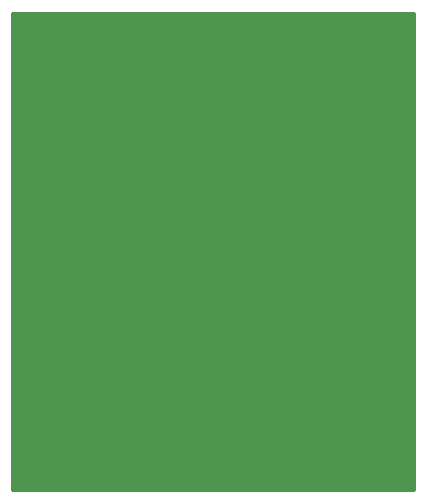
<source format=gm1>
G04 #@! TF.GenerationSoftware,KiCad,Pcbnew,(5.1.9)-1*
G04 #@! TF.CreationDate,2021-05-12T12:10:18-07:00*
G04 #@! TF.ProjectId,Senior Project - Second Board,53656e69-6f72-4205-9072-6f6a65637420,rev?*
G04 #@! TF.SameCoordinates,Original*
G04 #@! TF.FileFunction,Profile,NP*
%FSLAX46Y46*%
G04 Gerber Fmt 4.6, Leading zero omitted, Abs format (unit mm)*
G04 Created by KiCad (PCBNEW (5.1.9)-1) date 2021-05-12 12:10:18*
%MOMM*%
%LPD*%
G01*
G04 APERTURE LIST*
%ADD10C,0.254000*%
%ADD11C,0.100000*%
G04 APERTURE END LIST*
D10*
X158623000Y-114173000D02*
X124587000Y-114173000D01*
X124587000Y-73787000D01*
X158623000Y-73787000D01*
X158623000Y-114173000D01*
D11*
G36*
X158623000Y-114173000D02*
G01*
X124587000Y-114173000D01*
X124587000Y-73787000D01*
X158623000Y-73787000D01*
X158623000Y-114173000D01*
G37*
M02*

</source>
